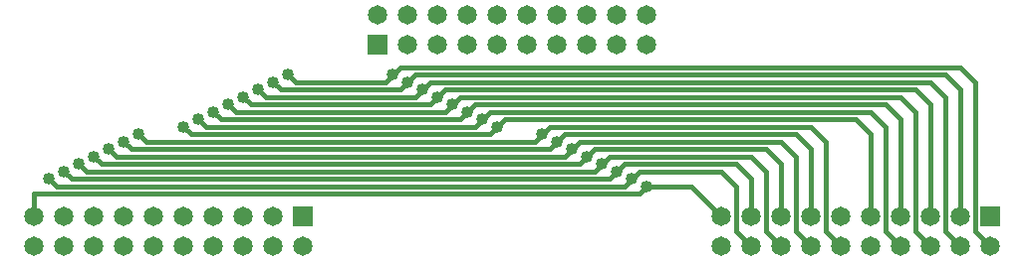
<source format=gtl>
G04 Output by ViewMate Deluxe V11.0.9  PentaLogix LLC*
G04 Sun Jun 01 12:26:16 2014*
%FSLAX33Y33*%
%MOMM*%
%IPPOS*%
%ADD10R,1.651X1.651*%
%ADD11C,1.651*%
%ADD13C,0.4064*%
%ADD105C,1.016*%

%LPD*%
X0Y0D2*D13*G1X81598Y11748D2*X82868Y10478D1*X38418Y23812D2*X39052Y23178D1*X51752Y23178*X52388Y23812*X53022Y24448*X95568Y24448*X96838Y23178*X96838Y11748*X94298Y11748D2*X94298Y21908D1*X93028Y23178*X55562Y23178*X54928Y22542*X54292Y21908*X36512Y21908*X35878Y22542*X37148Y23178D2*X37782Y22542D1*X53022Y22542*X53658Y23178*X54292Y23812*X94298Y23812*X95568Y22542*X95568Y13018*X98108Y13018D2*X98108Y23812D1*X96838Y25082*X51752Y25082*X51118Y24448*X50482Y23812*X40322Y23812*X39688Y24448*X40958Y25082D2*X41592Y24448D1*X49212Y24448*X49848Y25082*X50482Y25718*X98108Y25718*X99378Y24448*X99378Y11748*X100648Y10478*X96838Y11748D2*X98108Y10478D1*X94298Y11748D2*X95568Y10478D1*X93028Y10478D2*X91758Y11748D1*X91758Y20638*X90488Y21908*X58102Y21908*X57468Y21272*X56832Y20638*X33972Y20638*X33338Y21272*X34608Y21908D2*X35242Y21272D1*X55562Y21272*X56198Y21908*X56832Y22542*X91758Y22542*X93028Y21272*X93028Y13018*X90488Y13018D2*X90488Y20002D1*X89218Y21272*X59372Y21272*X58738Y20638*X58102Y20002*X32702Y20002*X32068Y20638*X28258Y20002D2*X28892Y19368D1*X61912Y19368*X62548Y20002*X63182Y20638*X85408Y20638*X86678Y19368*X86678Y11748*X87948Y10478*X85408Y10478D2*X84138Y11748D1*X84138Y18098*X82868Y19368*X65722Y19368*X65088Y18732*X64452Y18098*X26352Y18098*X25718Y18732*X26988Y19368D2*X27622Y18732D1*X63182Y18732*X63818Y19368*X64452Y20002*X84138Y20002*X85408Y18732*X85408Y13018*X82868Y13018D2*X82868Y17462D1*X81598Y18732*X66992Y18732*X66358Y18098*X65722Y17462*X25082Y17462*X24448Y18098*X19368Y13018D2*X19368Y14922D1*X70802Y14922*X71438Y15558*X75248Y15558*X77788Y13018*X80328Y13018D2*X80328Y16192D1*X79058Y17462*X69532Y17462*X68898Y16828*X68262Y16192*X22542Y16192*X21908Y16828*X23178Y17462D2*X23812Y16828D1*X66992Y16828*X67628Y17462*X68262Y18098*X80328Y18098*X81598Y16828*X81598Y11748*X80328Y10478D2*X79058Y11748D1*X79058Y15558*X77788Y16828*X70802Y16828*X70168Y16192*X69532Y15558*X21272Y15558*X20638Y16192*D10*X100648Y13018D3*X48578Y27622D3*X42228Y13018D3*D11*X100648Y10478D3*X77788Y10478D3*X80328Y10478D3*X82868Y10478D3*X85408Y10478D3*X87948Y10478D3*X90488Y10478D3*X93028Y10478D3*X95568Y10478D3*X98108Y10478D3*X98108Y13018D3*X95568Y13018D3*X93028Y13018D3*X90488Y13018D3*X87948Y13018D3*X85408Y13018D3*X82868Y13018D3*X80328Y13018D3*X77788Y13018D3*X48578Y30162D3*X51118Y30162D3*X53658Y30162D3*X56198Y30162D3*X58738Y30162D3*X61278Y30162D3*X63818Y30162D3*X66358Y30162D3*X68898Y30162D3*X71438Y30162D3*X71438Y27622D3*X68898Y27622D3*X66358Y27622D3*X63818Y27622D3*X61278Y27622D3*X58738Y27622D3*X56198Y27622D3*X53658Y27622D3*X51118Y27622D3*X19368Y13018D3*X21908Y13018D3*X24448Y13018D3*X26988Y13018D3*X29528Y13018D3*X32068Y13018D3*X34608Y13018D3*X37148Y13018D3*X39688Y13018D3*X42228Y10478D3*X39688Y10478D3*X37148Y10478D3*X34608Y10478D3*X32068Y10478D3*X29528Y10478D3*X26988Y10478D3*X24448Y10478D3*X21908Y10478D3*X19368Y10478D3*D105*X20638Y16192D3*X21908Y16828D3*X23178Y17462D3*X24448Y18098D3*X25718Y18732D3*X26988Y19368D3*X28258Y20002D3*X32068Y20638D3*X33338Y21272D3*X34608Y21908D3*X35878Y22542D3*X37148Y23178D3*X38418Y23812D3*X39688Y24448D3*X40958Y25082D3*X49848Y25082D3*X51118Y24448D3*X52388Y23812D3*X53658Y23178D3*X54928Y22542D3*X56198Y21908D3*X57468Y21272D3*X58738Y20638D3*X62548Y20002D3*X63818Y19368D3*X65088Y18732D3*X66358Y18098D3*X67628Y17462D3*X68898Y16828D3*X70168Y16192D3*X71438Y15558D3*X0Y0D2*M02*
</source>
